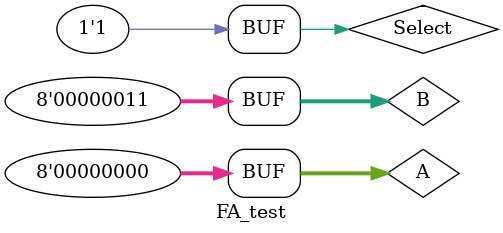
<source format=v>
`timescale 1ns / 1ps


module FA_test;

	// Inputs
	reg [7:0] A;
	reg [7:0] B;
	reg Select;

	// Outputs
	wire [7:0] Sum;
	wire Cout;

	// Instantiate the Unit Under Test (UUT)
	FA8 uut (
		.A(A), 
		.B(B), 
		.Select(Select), 
		.Sum(Sum), 
		.Cout(Cout)
	);

	initial begin
		
		A = 8'b00000001;
		B = 8'b00000001;
		Select = 0;

		#100;
		
		A = 8'b10000000;
		B = 8'b00000000;
		Select = 0;

		#100;
		
		A = 8'b01101010;
		B = 8'b00011010;
		Select = 0;

		#100;
		
		A = 8'b00110000;
		B = 8'b00000001;
		Select = 1;
		
		#100;
		
		A = 8'b11111000;
		B = 8'b00000111;
		Select = 1;
		
		#100;
		
		A = 8'b11111111;
		B = 8'b11111111;
		Select = 0;
		
		#100
		
		A = 8'b00000000;
		B = 8'b00000011;
		Select = 1;
		
		
	end
   
endmodule


</source>
